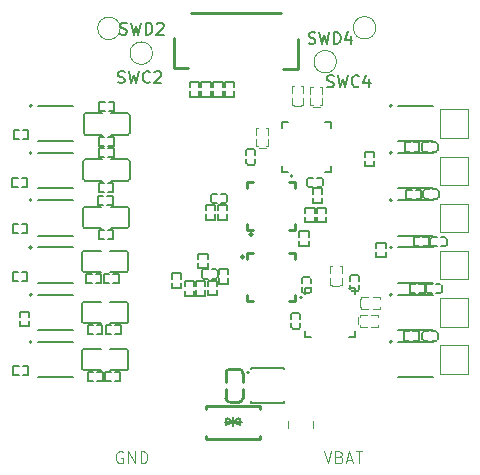
<source format=gbr>
%TF.GenerationSoftware,KiCad,Pcbnew,9.0.6*%
%TF.CreationDate,2025-12-26T21:42:16+01:00*%
%TF.ProjectId,esc,6573632e-6b69-4636-9164-5f7063625858,rev?*%
%TF.SameCoordinates,Original*%
%TF.FileFunction,Legend,Top*%
%TF.FilePolarity,Positive*%
%FSLAX46Y46*%
G04 Gerber Fmt 4.6, Leading zero omitted, Abs format (unit mm)*
G04 Created by KiCad (PCBNEW 9.0.6) date 2025-12-26 21:42:16*
%MOMM*%
%LPD*%
G01*
G04 APERTURE LIST*
%ADD10C,0.100000*%
%ADD11C,0.150000*%
%ADD12C,0.120000*%
%ADD13C,0.200000*%
%ADD14C,0.250000*%
%ADD15C,0.130000*%
G04 APERTURE END LIST*
D10*
X144638095Y-120305038D02*
X144542857Y-120257419D01*
X144542857Y-120257419D02*
X144400000Y-120257419D01*
X144400000Y-120257419D02*
X144257143Y-120305038D01*
X144257143Y-120305038D02*
X144161905Y-120400276D01*
X144161905Y-120400276D02*
X144114286Y-120495514D01*
X144114286Y-120495514D02*
X144066667Y-120685990D01*
X144066667Y-120685990D02*
X144066667Y-120828847D01*
X144066667Y-120828847D02*
X144114286Y-121019323D01*
X144114286Y-121019323D02*
X144161905Y-121114561D01*
X144161905Y-121114561D02*
X144257143Y-121209800D01*
X144257143Y-121209800D02*
X144400000Y-121257419D01*
X144400000Y-121257419D02*
X144495238Y-121257419D01*
X144495238Y-121257419D02*
X144638095Y-121209800D01*
X144638095Y-121209800D02*
X144685714Y-121162180D01*
X144685714Y-121162180D02*
X144685714Y-120828847D01*
X144685714Y-120828847D02*
X144495238Y-120828847D01*
X145114286Y-121257419D02*
X145114286Y-120257419D01*
X145114286Y-120257419D02*
X145685714Y-121257419D01*
X145685714Y-121257419D02*
X145685714Y-120257419D01*
X146161905Y-121257419D02*
X146161905Y-120257419D01*
X146161905Y-120257419D02*
X146400000Y-120257419D01*
X146400000Y-120257419D02*
X146542857Y-120305038D01*
X146542857Y-120305038D02*
X146638095Y-120400276D01*
X146638095Y-120400276D02*
X146685714Y-120495514D01*
X146685714Y-120495514D02*
X146733333Y-120685990D01*
X146733333Y-120685990D02*
X146733333Y-120828847D01*
X146733333Y-120828847D02*
X146685714Y-121019323D01*
X146685714Y-121019323D02*
X146638095Y-121114561D01*
X146638095Y-121114561D02*
X146542857Y-121209800D01*
X146542857Y-121209800D02*
X146400000Y-121257419D01*
X146400000Y-121257419D02*
X146161905Y-121257419D01*
X161657143Y-120257419D02*
X161990476Y-121257419D01*
X161990476Y-121257419D02*
X162323809Y-120257419D01*
X162990476Y-120733609D02*
X163133333Y-120781228D01*
X163133333Y-120781228D02*
X163180952Y-120828847D01*
X163180952Y-120828847D02*
X163228571Y-120924085D01*
X163228571Y-120924085D02*
X163228571Y-121066942D01*
X163228571Y-121066942D02*
X163180952Y-121162180D01*
X163180952Y-121162180D02*
X163133333Y-121209800D01*
X163133333Y-121209800D02*
X163038095Y-121257419D01*
X163038095Y-121257419D02*
X162657143Y-121257419D01*
X162657143Y-121257419D02*
X162657143Y-120257419D01*
X162657143Y-120257419D02*
X162990476Y-120257419D01*
X162990476Y-120257419D02*
X163085714Y-120305038D01*
X163085714Y-120305038D02*
X163133333Y-120352657D01*
X163133333Y-120352657D02*
X163180952Y-120447895D01*
X163180952Y-120447895D02*
X163180952Y-120543133D01*
X163180952Y-120543133D02*
X163133333Y-120638371D01*
X163133333Y-120638371D02*
X163085714Y-120685990D01*
X163085714Y-120685990D02*
X162990476Y-120733609D01*
X162990476Y-120733609D02*
X162657143Y-120733609D01*
X163609524Y-120971704D02*
X164085714Y-120971704D01*
X163514286Y-121257419D02*
X163847619Y-120257419D01*
X163847619Y-120257419D02*
X164180952Y-121257419D01*
X164371429Y-120257419D02*
X164942857Y-120257419D01*
X164657143Y-121257419D02*
X164657143Y-120257419D01*
D11*
X161941667Y-89382200D02*
X162084524Y-89429819D01*
X162084524Y-89429819D02*
X162322619Y-89429819D01*
X162322619Y-89429819D02*
X162417857Y-89382200D01*
X162417857Y-89382200D02*
X162465476Y-89334580D01*
X162465476Y-89334580D02*
X162513095Y-89239342D01*
X162513095Y-89239342D02*
X162513095Y-89144104D01*
X162513095Y-89144104D02*
X162465476Y-89048866D01*
X162465476Y-89048866D02*
X162417857Y-89001247D01*
X162417857Y-89001247D02*
X162322619Y-88953628D01*
X162322619Y-88953628D02*
X162132143Y-88906009D01*
X162132143Y-88906009D02*
X162036905Y-88858390D01*
X162036905Y-88858390D02*
X161989286Y-88810771D01*
X161989286Y-88810771D02*
X161941667Y-88715533D01*
X161941667Y-88715533D02*
X161941667Y-88620295D01*
X161941667Y-88620295D02*
X161989286Y-88525057D01*
X161989286Y-88525057D02*
X162036905Y-88477438D01*
X162036905Y-88477438D02*
X162132143Y-88429819D01*
X162132143Y-88429819D02*
X162370238Y-88429819D01*
X162370238Y-88429819D02*
X162513095Y-88477438D01*
X162846429Y-88429819D02*
X163084524Y-89429819D01*
X163084524Y-89429819D02*
X163275000Y-88715533D01*
X163275000Y-88715533D02*
X163465476Y-89429819D01*
X163465476Y-89429819D02*
X163703572Y-88429819D01*
X164655952Y-89334580D02*
X164608333Y-89382200D01*
X164608333Y-89382200D02*
X164465476Y-89429819D01*
X164465476Y-89429819D02*
X164370238Y-89429819D01*
X164370238Y-89429819D02*
X164227381Y-89382200D01*
X164227381Y-89382200D02*
X164132143Y-89286961D01*
X164132143Y-89286961D02*
X164084524Y-89191723D01*
X164084524Y-89191723D02*
X164036905Y-89001247D01*
X164036905Y-89001247D02*
X164036905Y-88858390D01*
X164036905Y-88858390D02*
X164084524Y-88667914D01*
X164084524Y-88667914D02*
X164132143Y-88572676D01*
X164132143Y-88572676D02*
X164227381Y-88477438D01*
X164227381Y-88477438D02*
X164370238Y-88429819D01*
X164370238Y-88429819D02*
X164465476Y-88429819D01*
X164465476Y-88429819D02*
X164608333Y-88477438D01*
X164608333Y-88477438D02*
X164655952Y-88525057D01*
X165513095Y-88763152D02*
X165513095Y-89429819D01*
X165275000Y-88382200D02*
X165036905Y-89096485D01*
X165036905Y-89096485D02*
X165655952Y-89096485D01*
X144441667Y-84932200D02*
X144584524Y-84979819D01*
X144584524Y-84979819D02*
X144822619Y-84979819D01*
X144822619Y-84979819D02*
X144917857Y-84932200D01*
X144917857Y-84932200D02*
X144965476Y-84884580D01*
X144965476Y-84884580D02*
X145013095Y-84789342D01*
X145013095Y-84789342D02*
X145013095Y-84694104D01*
X145013095Y-84694104D02*
X144965476Y-84598866D01*
X144965476Y-84598866D02*
X144917857Y-84551247D01*
X144917857Y-84551247D02*
X144822619Y-84503628D01*
X144822619Y-84503628D02*
X144632143Y-84456009D01*
X144632143Y-84456009D02*
X144536905Y-84408390D01*
X144536905Y-84408390D02*
X144489286Y-84360771D01*
X144489286Y-84360771D02*
X144441667Y-84265533D01*
X144441667Y-84265533D02*
X144441667Y-84170295D01*
X144441667Y-84170295D02*
X144489286Y-84075057D01*
X144489286Y-84075057D02*
X144536905Y-84027438D01*
X144536905Y-84027438D02*
X144632143Y-83979819D01*
X144632143Y-83979819D02*
X144870238Y-83979819D01*
X144870238Y-83979819D02*
X145013095Y-84027438D01*
X145346429Y-83979819D02*
X145584524Y-84979819D01*
X145584524Y-84979819D02*
X145775000Y-84265533D01*
X145775000Y-84265533D02*
X145965476Y-84979819D01*
X145965476Y-84979819D02*
X146203572Y-83979819D01*
X146584524Y-84979819D02*
X146584524Y-83979819D01*
X146584524Y-83979819D02*
X146822619Y-83979819D01*
X146822619Y-83979819D02*
X146965476Y-84027438D01*
X146965476Y-84027438D02*
X147060714Y-84122676D01*
X147060714Y-84122676D02*
X147108333Y-84217914D01*
X147108333Y-84217914D02*
X147155952Y-84408390D01*
X147155952Y-84408390D02*
X147155952Y-84551247D01*
X147155952Y-84551247D02*
X147108333Y-84741723D01*
X147108333Y-84741723D02*
X147060714Y-84836961D01*
X147060714Y-84836961D02*
X146965476Y-84932200D01*
X146965476Y-84932200D02*
X146822619Y-84979819D01*
X146822619Y-84979819D02*
X146584524Y-84979819D01*
X147536905Y-84075057D02*
X147584524Y-84027438D01*
X147584524Y-84027438D02*
X147679762Y-83979819D01*
X147679762Y-83979819D02*
X147917857Y-83979819D01*
X147917857Y-83979819D02*
X148013095Y-84027438D01*
X148013095Y-84027438D02*
X148060714Y-84075057D01*
X148060714Y-84075057D02*
X148108333Y-84170295D01*
X148108333Y-84170295D02*
X148108333Y-84265533D01*
X148108333Y-84265533D02*
X148060714Y-84408390D01*
X148060714Y-84408390D02*
X147489286Y-84979819D01*
X147489286Y-84979819D02*
X148108333Y-84979819D01*
X144241667Y-89032200D02*
X144384524Y-89079819D01*
X144384524Y-89079819D02*
X144622619Y-89079819D01*
X144622619Y-89079819D02*
X144717857Y-89032200D01*
X144717857Y-89032200D02*
X144765476Y-88984580D01*
X144765476Y-88984580D02*
X144813095Y-88889342D01*
X144813095Y-88889342D02*
X144813095Y-88794104D01*
X144813095Y-88794104D02*
X144765476Y-88698866D01*
X144765476Y-88698866D02*
X144717857Y-88651247D01*
X144717857Y-88651247D02*
X144622619Y-88603628D01*
X144622619Y-88603628D02*
X144432143Y-88556009D01*
X144432143Y-88556009D02*
X144336905Y-88508390D01*
X144336905Y-88508390D02*
X144289286Y-88460771D01*
X144289286Y-88460771D02*
X144241667Y-88365533D01*
X144241667Y-88365533D02*
X144241667Y-88270295D01*
X144241667Y-88270295D02*
X144289286Y-88175057D01*
X144289286Y-88175057D02*
X144336905Y-88127438D01*
X144336905Y-88127438D02*
X144432143Y-88079819D01*
X144432143Y-88079819D02*
X144670238Y-88079819D01*
X144670238Y-88079819D02*
X144813095Y-88127438D01*
X145146429Y-88079819D02*
X145384524Y-89079819D01*
X145384524Y-89079819D02*
X145575000Y-88365533D01*
X145575000Y-88365533D02*
X145765476Y-89079819D01*
X145765476Y-89079819D02*
X146003572Y-88079819D01*
X146955952Y-88984580D02*
X146908333Y-89032200D01*
X146908333Y-89032200D02*
X146765476Y-89079819D01*
X146765476Y-89079819D02*
X146670238Y-89079819D01*
X146670238Y-89079819D02*
X146527381Y-89032200D01*
X146527381Y-89032200D02*
X146432143Y-88936961D01*
X146432143Y-88936961D02*
X146384524Y-88841723D01*
X146384524Y-88841723D02*
X146336905Y-88651247D01*
X146336905Y-88651247D02*
X146336905Y-88508390D01*
X146336905Y-88508390D02*
X146384524Y-88317914D01*
X146384524Y-88317914D02*
X146432143Y-88222676D01*
X146432143Y-88222676D02*
X146527381Y-88127438D01*
X146527381Y-88127438D02*
X146670238Y-88079819D01*
X146670238Y-88079819D02*
X146765476Y-88079819D01*
X146765476Y-88079819D02*
X146908333Y-88127438D01*
X146908333Y-88127438D02*
X146955952Y-88175057D01*
X147336905Y-88175057D02*
X147384524Y-88127438D01*
X147384524Y-88127438D02*
X147479762Y-88079819D01*
X147479762Y-88079819D02*
X147717857Y-88079819D01*
X147717857Y-88079819D02*
X147813095Y-88127438D01*
X147813095Y-88127438D02*
X147860714Y-88175057D01*
X147860714Y-88175057D02*
X147908333Y-88270295D01*
X147908333Y-88270295D02*
X147908333Y-88365533D01*
X147908333Y-88365533D02*
X147860714Y-88508390D01*
X147860714Y-88508390D02*
X147289286Y-89079819D01*
X147289286Y-89079819D02*
X147908333Y-89079819D01*
X160391667Y-85707200D02*
X160534524Y-85754819D01*
X160534524Y-85754819D02*
X160772619Y-85754819D01*
X160772619Y-85754819D02*
X160867857Y-85707200D01*
X160867857Y-85707200D02*
X160915476Y-85659580D01*
X160915476Y-85659580D02*
X160963095Y-85564342D01*
X160963095Y-85564342D02*
X160963095Y-85469104D01*
X160963095Y-85469104D02*
X160915476Y-85373866D01*
X160915476Y-85373866D02*
X160867857Y-85326247D01*
X160867857Y-85326247D02*
X160772619Y-85278628D01*
X160772619Y-85278628D02*
X160582143Y-85231009D01*
X160582143Y-85231009D02*
X160486905Y-85183390D01*
X160486905Y-85183390D02*
X160439286Y-85135771D01*
X160439286Y-85135771D02*
X160391667Y-85040533D01*
X160391667Y-85040533D02*
X160391667Y-84945295D01*
X160391667Y-84945295D02*
X160439286Y-84850057D01*
X160439286Y-84850057D02*
X160486905Y-84802438D01*
X160486905Y-84802438D02*
X160582143Y-84754819D01*
X160582143Y-84754819D02*
X160820238Y-84754819D01*
X160820238Y-84754819D02*
X160963095Y-84802438D01*
X161296429Y-84754819D02*
X161534524Y-85754819D01*
X161534524Y-85754819D02*
X161725000Y-85040533D01*
X161725000Y-85040533D02*
X161915476Y-85754819D01*
X161915476Y-85754819D02*
X162153572Y-84754819D01*
X162534524Y-85754819D02*
X162534524Y-84754819D01*
X162534524Y-84754819D02*
X162772619Y-84754819D01*
X162772619Y-84754819D02*
X162915476Y-84802438D01*
X162915476Y-84802438D02*
X163010714Y-84897676D01*
X163010714Y-84897676D02*
X163058333Y-84992914D01*
X163058333Y-84992914D02*
X163105952Y-85183390D01*
X163105952Y-85183390D02*
X163105952Y-85326247D01*
X163105952Y-85326247D02*
X163058333Y-85516723D01*
X163058333Y-85516723D02*
X163010714Y-85611961D01*
X163010714Y-85611961D02*
X162915476Y-85707200D01*
X162915476Y-85707200D02*
X162772619Y-85754819D01*
X162772619Y-85754819D02*
X162534524Y-85754819D01*
X163963095Y-85088152D02*
X163963095Y-85754819D01*
X163725000Y-84707200D02*
X163486905Y-85421485D01*
X163486905Y-85421485D02*
X164105952Y-85421485D01*
%TO.C,R55*%
X142555000Y-98610000D02*
X142555000Y-99390000D01*
X142555000Y-99390000D02*
X143005000Y-99390000D01*
X143005000Y-98610000D02*
X142555000Y-98610000D01*
X143345000Y-98610000D02*
X143795000Y-98610000D01*
X143795000Y-98610000D02*
X143795000Y-99390000D01*
X143795000Y-99390000D02*
X143345000Y-99390000D01*
%TO.C,U17*%
X158120000Y-92420000D02*
X158620000Y-92420000D01*
X158120000Y-92920000D02*
X158120000Y-92420000D01*
X158120000Y-96080000D02*
X158120000Y-96580000D01*
X158120000Y-96580000D02*
X158620000Y-96580000D01*
X162280000Y-92420000D02*
X161780000Y-92420000D01*
X162280000Y-92920000D02*
X162280000Y-92420000D01*
X162280000Y-96080000D02*
X162280000Y-96580000D01*
X162280000Y-96580000D02*
X161780000Y-96580000D01*
X159020000Y-96960000D02*
G75*
G02*
X158880000Y-96960000I-70000J0D01*
G01*
X158880000Y-96960000D02*
G75*
G02*
X159020000Y-96960000I70000J0D01*
G01*
%TO.C,C34*%
X170710000Y-102285000D02*
X170710000Y-102765000D01*
X170870000Y-102915000D02*
X171230000Y-102915000D01*
X171230000Y-102135000D02*
X170870000Y-102135000D01*
X171570000Y-102135000D02*
X171930000Y-102135000D01*
X171930000Y-102915000D02*
X171570000Y-102915000D01*
X172090000Y-102285000D02*
X172090000Y-102765000D01*
X170710000Y-102285000D02*
G75*
G02*
X170870333Y-102135356I150000J0D01*
G01*
X170870000Y-102915000D02*
G75*
G02*
X170709667Y-102764643I-10000J150000D01*
G01*
X171929667Y-102135356D02*
G75*
G02*
X172090000Y-102285000I10334J-149643D01*
G01*
X172090333Y-102764643D02*
G75*
G02*
X171930000Y-102914999I-150332J-357D01*
G01*
%TO.C,C22*%
X152110000Y-98610000D02*
X152110000Y-99090000D01*
X152270000Y-99240000D02*
X152630000Y-99240000D01*
X152630000Y-98460000D02*
X152270000Y-98460000D01*
X152970000Y-98460000D02*
X153330000Y-98460000D01*
X153330000Y-99240000D02*
X152970000Y-99240000D01*
X153490000Y-98610000D02*
X153490000Y-99090000D01*
X152110000Y-98610000D02*
G75*
G02*
X152270333Y-98460356I150000J0D01*
G01*
X152270000Y-99240000D02*
G75*
G02*
X152109667Y-99089643I-10000J150000D01*
G01*
X153329667Y-98460356D02*
G75*
G02*
X153490000Y-98610000I10334J-149643D01*
G01*
X153490333Y-99089643D02*
G75*
G02*
X153330000Y-99239999I-150332J-357D01*
G01*
D12*
%TO.C,U20*%
X171500000Y-91300000D02*
X173900000Y-91300000D01*
X171500000Y-93700000D02*
X171500000Y-91300000D01*
X173900000Y-91300000D02*
X173900000Y-93700000D01*
X173900000Y-93700000D02*
X171500000Y-93700000D01*
D11*
%TO.C,R38*%
X135935000Y-108430000D02*
X135935000Y-108880000D01*
X135935000Y-109670000D02*
X135935000Y-109220000D01*
X136715000Y-108430000D02*
X135935000Y-108430000D01*
X136715000Y-108880000D02*
X136715000Y-108430000D01*
X136715000Y-109220000D02*
X136715000Y-109670000D01*
X136715000Y-109670000D02*
X135935000Y-109670000D01*
D13*
%TO.C,Q2*%
X170950000Y-111000000D02*
X167950000Y-111000000D01*
X170950000Y-114000000D02*
X167950000Y-114000000D01*
X167450000Y-111000000D02*
G75*
G02*
X167250000Y-111000000I-100000J0D01*
G01*
X167250000Y-111000000D02*
G75*
G02*
X167450000Y-111000000I100000J0D01*
G01*
D11*
%TO.C,R36*%
X143080000Y-105235000D02*
X143080000Y-106015000D01*
X143080000Y-106015000D02*
X143530000Y-106015000D01*
X143530000Y-105235000D02*
X143080000Y-105235000D01*
X143870000Y-105235000D02*
X144320000Y-105235000D01*
X144320000Y-105235000D02*
X144320000Y-106015000D01*
X144320000Y-106015000D02*
X143870000Y-106015000D01*
%TO.C,C8*%
X169985000Y-110260000D02*
X169985000Y-110740000D01*
X170145000Y-110890000D02*
X170505000Y-110890000D01*
X170505000Y-110110000D02*
X170145000Y-110110000D01*
X170845000Y-110110000D02*
X171205000Y-110110000D01*
X171205000Y-110890000D02*
X170845000Y-110890000D01*
X171365000Y-110260000D02*
X171365000Y-110740000D01*
X169985000Y-110260000D02*
G75*
G02*
X170145333Y-110110356I150000J0D01*
G01*
X170145000Y-110890000D02*
G75*
G02*
X169984667Y-110739643I-10000J150000D01*
G01*
X171204667Y-110110356D02*
G75*
G02*
X171365000Y-110260000I10334J-149643D01*
G01*
X171365333Y-110739643D02*
G75*
G02*
X171205000Y-110889999I-150332J-357D01*
G01*
%TO.C,C9*%
X170310000Y-106260000D02*
X170310000Y-106740000D01*
X170470000Y-106890000D02*
X170830000Y-106890000D01*
X170830000Y-106110000D02*
X170470000Y-106110000D01*
X171170000Y-106110000D02*
X171530000Y-106110000D01*
X171530000Y-106890000D02*
X171170000Y-106890000D01*
X171690000Y-106260000D02*
X171690000Y-106740000D01*
X170310000Y-106260000D02*
G75*
G02*
X170470333Y-106110356I150000J0D01*
G01*
X170470000Y-106890000D02*
G75*
G02*
X170309667Y-106739643I-10000J150000D01*
G01*
X171529667Y-106110356D02*
G75*
G02*
X171690000Y-106260000I10334J-149643D01*
G01*
X171690333Y-106739643D02*
G75*
G02*
X171530000Y-106889999I-150332J-357D01*
G01*
%TO.C,C12*%
X141215000Y-111750000D02*
X141215000Y-113250000D01*
X141365000Y-113400000D02*
X142775000Y-113400000D01*
X142775000Y-111600000D02*
X141365000Y-111600000D01*
X143575000Y-111600000D02*
X144985000Y-111600000D01*
X144985000Y-113400000D02*
X143575000Y-113400000D01*
X145135000Y-111750000D02*
X145135000Y-113250000D01*
X141215000Y-111750000D02*
G75*
G02*
X141365000Y-111600000I150000J0D01*
G01*
X141365000Y-113400000D02*
G75*
G02*
X141215000Y-113250000I0J150000D01*
G01*
X144985000Y-111600000D02*
G75*
G02*
X145135000Y-111750000I0J-150000D01*
G01*
X145135000Y-113250000D02*
G75*
G02*
X144985000Y-113400000I-150000J0D01*
G01*
%TO.C,R12*%
X150310000Y-88980000D02*
X150310000Y-89430000D01*
X150310000Y-90220000D02*
X150310000Y-89770000D01*
X151090000Y-88980000D02*
X150310000Y-88980000D01*
X151090000Y-89430000D02*
X151090000Y-88980000D01*
X151090000Y-89770000D02*
X151090000Y-90220000D01*
X151090000Y-90220000D02*
X150310000Y-90220000D01*
D13*
%TO.C,Q11*%
X140450000Y-103000000D02*
X137450000Y-103000000D01*
X140450000Y-106000000D02*
X137450000Y-106000000D01*
X136950000Y-103000000D02*
G75*
G02*
X136750000Y-103000000I-100000J0D01*
G01*
X136750000Y-103000000D02*
G75*
G02*
X136950000Y-103000000I100000J0D01*
G01*
D11*
%TO.C,R58*%
X135320000Y-101010000D02*
X135320000Y-101790000D01*
X135320000Y-101790000D02*
X135770000Y-101790000D01*
X135770000Y-101010000D02*
X135320000Y-101010000D01*
X136110000Y-101010000D02*
X136560000Y-101010000D01*
X136560000Y-101010000D02*
X136560000Y-101790000D01*
X136560000Y-101790000D02*
X136110000Y-101790000D01*
%TO.C,R75*%
X153310000Y-89005000D02*
X153310000Y-89455000D01*
X153310000Y-90245000D02*
X153310000Y-89795000D01*
X154090000Y-89005000D02*
X153310000Y-89005000D01*
X154090000Y-89455000D02*
X154090000Y-89005000D01*
X154090000Y-89795000D02*
X154090000Y-90245000D01*
X154090000Y-90245000D02*
X153310000Y-90245000D01*
D10*
%TO.C,D11*%
X158950000Y-89350000D02*
X159120000Y-89350000D01*
X158950000Y-89950000D02*
X158950000Y-89350000D01*
X158950000Y-90350000D02*
X158950000Y-90950000D01*
X158950000Y-90950000D02*
X159120000Y-90950000D01*
X159150000Y-91050000D02*
X159750000Y-91050000D01*
X159780000Y-89350000D02*
X159950000Y-89350000D01*
X159780000Y-90950000D02*
X159950000Y-90950000D01*
X159950000Y-89350000D02*
X159950000Y-89950000D01*
X159950000Y-90950000D02*
X159950000Y-90350000D01*
D11*
%TO.C,R71*%
X160110000Y-99630000D02*
X160890000Y-99630000D01*
X160110000Y-100080000D02*
X160110000Y-99630000D01*
X160110000Y-100420000D02*
X160110000Y-100870000D01*
X160110000Y-100870000D02*
X160890000Y-100870000D01*
X160890000Y-99630000D02*
X160890000Y-100080000D01*
X160890000Y-100870000D02*
X160890000Y-100420000D01*
D12*
%TO.C,U8*%
X171500000Y-107300000D02*
X173900000Y-107300000D01*
X171500000Y-109700000D02*
X171500000Y-107300000D01*
X173900000Y-107300000D02*
X173900000Y-109700000D01*
X173900000Y-109700000D02*
X171500000Y-109700000D01*
D11*
%TO.C,R67*%
X166135000Y-102605000D02*
X166915000Y-102605000D01*
X166135000Y-103055000D02*
X166135000Y-102605000D01*
X166135000Y-103395000D02*
X166135000Y-103845000D01*
X166135000Y-103845000D02*
X166915000Y-103845000D01*
X166915000Y-102605000D02*
X166915000Y-103055000D01*
X166915000Y-103845000D02*
X166915000Y-103395000D01*
%TO.C,R70*%
X160735000Y-98005000D02*
X161515000Y-98005000D01*
X160735000Y-98455000D02*
X160735000Y-98005000D01*
X160735000Y-98795000D02*
X160735000Y-99245000D01*
X160735000Y-99245000D02*
X161515000Y-99245000D01*
X161515000Y-98005000D02*
X161515000Y-98455000D01*
X161515000Y-99245000D02*
X161515000Y-98795000D01*
%TO.C,R57*%
X142680000Y-90685000D02*
X142680000Y-91465000D01*
X142680000Y-91465000D02*
X143130000Y-91465000D01*
X143130000Y-90685000D02*
X142680000Y-90685000D01*
X143470000Y-90685000D02*
X143920000Y-90685000D01*
X143920000Y-90685000D02*
X143920000Y-91465000D01*
X143920000Y-91465000D02*
X143470000Y-91465000D01*
%TO.C,R42*%
X135330000Y-105085000D02*
X135330000Y-105865000D01*
X135330000Y-105865000D02*
X135780000Y-105865000D01*
X135780000Y-105085000D02*
X135330000Y-105085000D01*
X136120000Y-105085000D02*
X136570000Y-105085000D01*
X136570000Y-105085000D02*
X136570000Y-105865000D01*
X136570000Y-105865000D02*
X136120000Y-105865000D01*
D13*
%TO.C,Q17*%
X140450000Y-91000000D02*
X137450000Y-91000000D01*
X140450000Y-94000000D02*
X137450000Y-94000000D01*
X136950000Y-91000000D02*
G75*
G02*
X136750000Y-91000000I-100000J0D01*
G01*
X136750000Y-91000000D02*
G75*
G02*
X136950000Y-91000000I100000J0D01*
G01*
%TO.C,Q4*%
X170950000Y-107000000D02*
X167950000Y-107000000D01*
X170950000Y-110000000D02*
X167950000Y-110000000D01*
X167450000Y-107000000D02*
G75*
G02*
X167250000Y-107000000I-100000J0D01*
G01*
X167250000Y-107000000D02*
G75*
G02*
X167450000Y-107000000I100000J0D01*
G01*
D10*
%TO.C,D3*%
X164600000Y-108900000D02*
X164600000Y-109500000D01*
X164700000Y-108700000D02*
X164700000Y-108870000D01*
X164700000Y-109530000D02*
X164700000Y-109700000D01*
X164700000Y-109700000D02*
X165300000Y-109700000D01*
X165300000Y-108700000D02*
X164700000Y-108700000D01*
X165700000Y-108700000D02*
X166300000Y-108700000D01*
X166300000Y-108700000D02*
X166300000Y-108870000D01*
X166300000Y-109530000D02*
X166300000Y-109700000D01*
X166300000Y-109700000D02*
X165700000Y-109700000D01*
D11*
%TO.C,C19*%
X141340000Y-91800000D02*
X141340000Y-93300000D01*
X141490000Y-93450000D02*
X142900000Y-93450000D01*
X142900000Y-91650000D02*
X141490000Y-91650000D01*
X143700000Y-91650000D02*
X145110000Y-91650000D01*
X145110000Y-93450000D02*
X143700000Y-93450000D01*
X145260000Y-91800000D02*
X145260000Y-93300000D01*
X141340000Y-91800000D02*
G75*
G02*
X141490000Y-91650000I150000J0D01*
G01*
X141490000Y-93450000D02*
G75*
G02*
X141340000Y-93300000I0J150000D01*
G01*
X145110000Y-91650000D02*
G75*
G02*
X145260000Y-91800000I0J-150000D01*
G01*
X145260000Y-93300000D02*
G75*
G02*
X145110000Y-93450000I-150000J0D01*
G01*
%TO.C,R27*%
X150860000Y-105830000D02*
X150860000Y-106280000D01*
X150860000Y-107070000D02*
X150860000Y-106620000D01*
X151640000Y-105830000D02*
X150860000Y-105830000D01*
X151640000Y-106280000D02*
X151640000Y-105830000D01*
X151640000Y-106620000D02*
X151640000Y-107070000D01*
X151640000Y-107070000D02*
X150860000Y-107070000D01*
D10*
%TO.C,D1*%
X162200000Y-104600000D02*
X162370000Y-104600000D01*
X162200000Y-105200000D02*
X162200000Y-104600000D01*
X162200000Y-105600000D02*
X162200000Y-106200000D01*
X162200000Y-106200000D02*
X162370000Y-106200000D01*
X162400000Y-106300000D02*
X163000000Y-106300000D01*
X163030000Y-104600000D02*
X163200000Y-104600000D01*
X163030000Y-106200000D02*
X163200000Y-106200000D01*
X163200000Y-104600000D02*
X163200000Y-105200000D01*
X163200000Y-106200000D02*
X163200000Y-105600000D01*
D11*
%TO.C,R63*%
X135430000Y-93060000D02*
X135430000Y-93840000D01*
X135430000Y-93840000D02*
X135880000Y-93840000D01*
X135880000Y-93060000D02*
X135430000Y-93060000D01*
X136220000Y-93060000D02*
X136670000Y-93060000D01*
X136670000Y-93060000D02*
X136670000Y-93840000D01*
X136670000Y-93840000D02*
X136220000Y-93840000D01*
D10*
%TO.C,D10*%
X155950000Y-92850000D02*
X156120000Y-92850000D01*
X155950000Y-93450000D02*
X155950000Y-92850000D01*
X155950000Y-93850000D02*
X155950000Y-94450000D01*
X155950000Y-94450000D02*
X156120000Y-94450000D01*
X156150000Y-94550000D02*
X156750000Y-94550000D01*
X156780000Y-92850000D02*
X156950000Y-92850000D01*
X156780000Y-94450000D02*
X156950000Y-94450000D01*
X156950000Y-92850000D02*
X156950000Y-93450000D01*
X156950000Y-94450000D02*
X156950000Y-93850000D01*
D13*
%TO.C,Q6*%
X170950000Y-103000000D02*
X167950000Y-103000000D01*
X170950000Y-106000000D02*
X167950000Y-106000000D01*
X167450000Y-103000000D02*
G75*
G02*
X167250000Y-103000000I-100000J0D01*
G01*
X167250000Y-103000000D02*
G75*
G02*
X167450000Y-103000000I100000J0D01*
G01*
D11*
%TO.C,R31*%
X151060000Y-103530000D02*
X151060000Y-103980000D01*
X151060000Y-104770000D02*
X151060000Y-104320000D01*
X151840000Y-103530000D02*
X151060000Y-103530000D01*
X151840000Y-103980000D02*
X151840000Y-103530000D01*
X151840000Y-104320000D02*
X151840000Y-104770000D01*
X151840000Y-104770000D02*
X151060000Y-104770000D01*
%TO.C,C13*%
X151335000Y-105010000D02*
X151335000Y-105490000D01*
X151495000Y-105640000D02*
X151855000Y-105640000D01*
X151855000Y-104860000D02*
X151495000Y-104860000D01*
X152195000Y-104860000D02*
X152555000Y-104860000D01*
X152555000Y-105640000D02*
X152195000Y-105640000D01*
X152715000Y-105010000D02*
X152715000Y-105490000D01*
X151335000Y-105010000D02*
G75*
G02*
X151495333Y-104860356I150000J0D01*
G01*
X151495000Y-105640000D02*
G75*
G02*
X151334667Y-105489643I-10000J150000D01*
G01*
X152554667Y-104860356D02*
G75*
G02*
X152715000Y-105010000I10334J-149643D01*
G01*
X152715333Y-105489643D02*
G75*
G02*
X152555000Y-105639999I-150332J-357D01*
G01*
%TO.C,R68*%
X165160000Y-94905000D02*
X165940000Y-94905000D01*
X165160000Y-95355000D02*
X165160000Y-94905000D01*
X165160000Y-95695000D02*
X165160000Y-96145000D01*
X165160000Y-96145000D02*
X165940000Y-96145000D01*
X165940000Y-94905000D02*
X165940000Y-95355000D01*
X165940000Y-96145000D02*
X165940000Y-95695000D01*
%TO.C,R2*%
X168455000Y-110110000D02*
X168455000Y-110890000D01*
X168455000Y-110890000D02*
X168905000Y-110890000D01*
X168905000Y-110110000D02*
X168455000Y-110110000D01*
X169245000Y-110110000D02*
X169695000Y-110110000D01*
X169695000Y-110110000D02*
X169695000Y-110890000D01*
X169695000Y-110890000D02*
X169245000Y-110890000D01*
D13*
%TO.C,Q9*%
X140450000Y-111000000D02*
X137450000Y-111000000D01*
X140450000Y-114000000D02*
X137450000Y-114000000D01*
X136950000Y-111000000D02*
G75*
G02*
X136750000Y-111000000I-100000J0D01*
G01*
X136750000Y-111000000D02*
G75*
G02*
X136950000Y-111000000I100000J0D01*
G01*
D11*
%TO.C,R25*%
X151835000Y-105805000D02*
X151835000Y-106255000D01*
X151835000Y-107045000D02*
X151835000Y-106595000D01*
X152615000Y-105805000D02*
X151835000Y-105805000D01*
X152615000Y-106255000D02*
X152615000Y-105805000D01*
X152615000Y-106595000D02*
X152615000Y-107045000D01*
X152615000Y-107045000D02*
X151835000Y-107045000D01*
%TO.C,C35*%
X170065000Y-98235000D02*
X170065000Y-98715000D01*
X170225000Y-98865000D02*
X170585000Y-98865000D01*
X170585000Y-98085000D02*
X170225000Y-98085000D01*
X170925000Y-98085000D02*
X171285000Y-98085000D01*
X171285000Y-98865000D02*
X170925000Y-98865000D01*
X171445000Y-98235000D02*
X171445000Y-98715000D01*
X170065000Y-98235000D02*
G75*
G02*
X170225333Y-98085356I150000J0D01*
G01*
X170225000Y-98865000D02*
G75*
G02*
X170064667Y-98714643I-10000J150000D01*
G01*
X171284667Y-98085356D02*
G75*
G02*
X171445000Y-98235000I10334J-149643D01*
G01*
X171445333Y-98714643D02*
G75*
G02*
X171285000Y-98864999I-150332J-357D01*
G01*
%TO.C,R37*%
X135395000Y-113060000D02*
X135395000Y-113840000D01*
X135395000Y-113840000D02*
X135845000Y-113840000D01*
X135845000Y-113060000D02*
X135395000Y-113060000D01*
X136185000Y-113060000D02*
X136635000Y-113060000D01*
X136635000Y-113060000D02*
X136635000Y-113840000D01*
X136635000Y-113840000D02*
X136185000Y-113840000D01*
D14*
%TO.C,U16*%
X155200000Y-97500000D02*
X155670000Y-97500000D01*
X155200000Y-97970000D02*
X155200000Y-97500000D01*
X155200000Y-101500000D02*
X155200000Y-101030000D01*
X155670000Y-101500000D02*
X155200000Y-101500000D01*
X158730000Y-97500000D02*
X159200000Y-97500000D01*
X159200000Y-97500000D02*
X159200000Y-97970000D01*
X159200000Y-101030000D02*
X159200000Y-101500000D01*
X159200000Y-101500000D02*
X158730000Y-101500000D01*
X155600000Y-101900000D02*
G75*
G02*
X155400000Y-101900000I-100000J0D01*
G01*
X155400000Y-101900000D02*
G75*
G02*
X155600000Y-101900000I100000J0D01*
G01*
D11*
%TO.C,R26*%
X149885000Y-105855000D02*
X149885000Y-106305000D01*
X149885000Y-107095000D02*
X149885000Y-106645000D01*
X150665000Y-105855000D02*
X149885000Y-105855000D01*
X150665000Y-106305000D02*
X150665000Y-105855000D01*
X150665000Y-106645000D02*
X150665000Y-107095000D01*
X150665000Y-107095000D02*
X149885000Y-107095000D01*
%TO.C,C10*%
X141215000Y-103425000D02*
X141215000Y-104925000D01*
X141365000Y-105075000D02*
X142775000Y-105075000D01*
X142775000Y-103275000D02*
X141365000Y-103275000D01*
X143575000Y-103275000D02*
X144985000Y-103275000D01*
X144985000Y-105075000D02*
X143575000Y-105075000D01*
X145135000Y-103425000D02*
X145135000Y-104925000D01*
X141215000Y-103425000D02*
G75*
G02*
X141365000Y-103275000I150000J0D01*
G01*
X141365000Y-105075000D02*
G75*
G02*
X141215000Y-104925000I0J150000D01*
G01*
X144985000Y-103275000D02*
G75*
G02*
X145135000Y-103425000I0J-150000D01*
G01*
X145135000Y-104925000D02*
G75*
G02*
X144985000Y-105075000I-150000J0D01*
G01*
D12*
%TO.C,U9*%
X171500000Y-111300000D02*
X173900000Y-111300000D01*
X171500000Y-113700000D02*
X171500000Y-111300000D01*
X173900000Y-111300000D02*
X173900000Y-113700000D01*
X173900000Y-113700000D02*
X171500000Y-113700000D01*
D13*
%TO.C,Q15*%
X140450000Y-99000000D02*
X137450000Y-99000000D01*
X140450000Y-102000000D02*
X137450000Y-102000000D01*
X136950000Y-99000000D02*
G75*
G02*
X136750000Y-99000000I-100000J0D01*
G01*
X136750000Y-99000000D02*
G75*
G02*
X136950000Y-99000000I100000J0D01*
G01*
D11*
%TO.C,C36*%
X169960000Y-94260000D02*
X169960000Y-94740000D01*
X170120000Y-94890000D02*
X170480000Y-94890000D01*
X170480000Y-94110000D02*
X170120000Y-94110000D01*
X170820000Y-94110000D02*
X171180000Y-94110000D01*
X171180000Y-94890000D02*
X170820000Y-94890000D01*
X171340000Y-94260000D02*
X171340000Y-94740000D01*
X169960000Y-94260000D02*
G75*
G02*
X170120333Y-94110356I150000J0D01*
G01*
X170120000Y-94890000D02*
G75*
G02*
X169959667Y-94739643I-10000J150000D01*
G01*
X171179667Y-94110356D02*
G75*
G02*
X171340000Y-94260000I10334J-149643D01*
G01*
X171340333Y-94739643D02*
G75*
G02*
X171180000Y-94889999I-150332J-357D01*
G01*
D13*
%TO.C,Q20*%
X170950000Y-95000000D02*
X167950000Y-95000000D01*
X170950000Y-98000000D02*
X167950000Y-98000000D01*
X167450000Y-95000000D02*
G75*
G02*
X167250000Y-95000000I-100000J0D01*
G01*
X167250000Y-95000000D02*
G75*
G02*
X167450000Y-95000000I100000J0D01*
G01*
D11*
%TO.C,C32*%
X160230000Y-97715000D02*
X160230000Y-97235000D01*
X160390000Y-97085000D02*
X160750000Y-97085000D01*
X160750000Y-97865000D02*
X160390000Y-97865000D01*
X161090000Y-97865000D02*
X161450000Y-97865000D01*
X161450000Y-97085000D02*
X161090000Y-97085000D01*
X161610000Y-97715000D02*
X161610000Y-97235000D01*
X160229667Y-97235357D02*
G75*
G02*
X160390000Y-97085001I150332J357D01*
G01*
X160390333Y-97864644D02*
G75*
G02*
X160230000Y-97715000I-10334J149643D01*
G01*
X161450000Y-97085000D02*
G75*
G02*
X161610333Y-97235357I10000J-150000D01*
G01*
X161610000Y-97715000D02*
G75*
G02*
X161449667Y-97864644I-150000J0D01*
G01*
%TO.C,R72*%
X159610000Y-101640000D02*
X159610000Y-102090000D01*
X159610000Y-102880000D02*
X159610000Y-102430000D01*
X160390000Y-101640000D02*
X159610000Y-101640000D01*
X160390000Y-102090000D02*
X160390000Y-101640000D01*
X160390000Y-102430000D02*
X160390000Y-102880000D01*
X160390000Y-102880000D02*
X159610000Y-102880000D01*
D12*
%TO.C,SWC4*%
X162750000Y-87275000D02*
G75*
G02*
X160850000Y-87275000I-950000J0D01*
G01*
X160850000Y-87275000D02*
G75*
G02*
X162750000Y-87275000I950000J0D01*
G01*
D11*
%TO.C,R28*%
X148785000Y-105180000D02*
X149565000Y-105180000D01*
X148785000Y-105630000D02*
X148785000Y-105180000D01*
X148785000Y-105970000D02*
X148785000Y-106420000D01*
X148785000Y-106420000D02*
X149565000Y-106420000D01*
X149565000Y-105180000D02*
X149565000Y-105630000D01*
X149565000Y-106420000D02*
X149565000Y-105970000D01*
%TO.C,R60*%
X142630000Y-101510000D02*
X143080000Y-101510000D01*
X142630000Y-102290000D02*
X142630000Y-101510000D01*
X143080000Y-102290000D02*
X142630000Y-102290000D01*
X143420000Y-102290000D02*
X143870000Y-102290000D01*
X143870000Y-101510000D02*
X143420000Y-101510000D01*
X143870000Y-102290000D02*
X143870000Y-101510000D01*
%TO.C,C21*%
X141265000Y-99700000D02*
X141265000Y-101200000D01*
X141415000Y-101350000D02*
X142825000Y-101350000D01*
X142825000Y-99550000D02*
X141415000Y-99550000D01*
X143625000Y-99550000D02*
X145035000Y-99550000D01*
X145035000Y-101350000D02*
X143625000Y-101350000D01*
X145185000Y-99700000D02*
X145185000Y-101200000D01*
X141265000Y-99700000D02*
G75*
G02*
X141415000Y-99550000I150000J0D01*
G01*
X141415000Y-101350000D02*
G75*
G02*
X141265000Y-101200000I0J150000D01*
G01*
X145035000Y-99550000D02*
G75*
G02*
X145185000Y-99700000I0J-150000D01*
G01*
X145185000Y-101200000D02*
G75*
G02*
X145035000Y-101350000I-150000J0D01*
G01*
%TO.C,C33*%
X155110000Y-95155000D02*
X155110000Y-94795000D01*
X155110000Y-95495000D02*
X155110000Y-95855000D01*
X155260000Y-94635000D02*
X155740000Y-94635000D01*
X155260000Y-96015000D02*
X155740000Y-96015000D01*
X155890000Y-94795000D02*
X155890000Y-95155000D01*
X155890000Y-95855000D02*
X155890000Y-95495000D01*
X155110356Y-94795333D02*
G75*
G02*
X155260000Y-94635000I149643J10334D01*
G01*
X155260000Y-96015000D02*
G75*
G02*
X155110356Y-95854667I0J150000D01*
G01*
X155739643Y-94634667D02*
G75*
G02*
X155889999Y-94795000I357J-150332D01*
G01*
X155890000Y-95855000D02*
G75*
G02*
X155739643Y-96015333I-150000J-10000D01*
G01*
D13*
%TO.C,Q22*%
X170950000Y-99000000D02*
X167950000Y-99000000D01*
X170950000Y-102000000D02*
X167950000Y-102000000D01*
X167450000Y-99000000D02*
G75*
G02*
X167250000Y-99000000I-100000J0D01*
G01*
X167250000Y-99000000D02*
G75*
G02*
X167450000Y-99000000I100000J0D01*
G01*
D12*
%TO.C,U19*%
X171500000Y-95300000D02*
X173900000Y-95300000D01*
X171500000Y-97700000D02*
X171500000Y-95300000D01*
X173900000Y-95300000D02*
X173900000Y-97700000D01*
X173900000Y-97700000D02*
X171500000Y-97700000D01*
D11*
%TO.C,C7*%
X163910000Y-105830000D02*
X163910000Y-105470000D01*
X163910000Y-106170000D02*
X163910000Y-106530000D01*
X164060000Y-105310000D02*
X164540000Y-105310000D01*
X164060000Y-106690000D02*
X164540000Y-106690000D01*
X164690000Y-105470000D02*
X164690000Y-105830000D01*
X164690000Y-106530000D02*
X164690000Y-106170000D01*
X163910356Y-105470333D02*
G75*
G02*
X164060000Y-105310000I149643J10334D01*
G01*
X164060000Y-106690000D02*
G75*
G02*
X163910356Y-106529667I0J150000D01*
G01*
X164539643Y-105309667D02*
G75*
G02*
X164689999Y-105470000I357J-150332D01*
G01*
X164690000Y-106530000D02*
G75*
G02*
X164539643Y-106690333I-150000J-10000D01*
G01*
%TO.C,U4*%
X160120000Y-106420000D02*
X160120000Y-106920000D01*
X160120000Y-110580000D02*
X160120000Y-110080000D01*
X160620000Y-106420000D02*
X160120000Y-106420000D01*
X160620000Y-110580000D02*
X160120000Y-110580000D01*
X163780000Y-106420000D02*
X164280000Y-106420000D01*
X163780000Y-110580000D02*
X164280000Y-110580000D01*
X164280000Y-106420000D02*
X164280000Y-106920000D01*
X164280000Y-110580000D02*
X164280000Y-110080000D01*
X159810000Y-107250000D02*
G75*
G02*
X159670000Y-107250000I-70000J0D01*
G01*
X159670000Y-107250000D02*
G75*
G02*
X159810000Y-107250000I70000J0D01*
G01*
%TO.C,R62*%
X142640000Y-93635000D02*
X143090000Y-93635000D01*
X142640000Y-94415000D02*
X142640000Y-93635000D01*
X143090000Y-94415000D02*
X142640000Y-94415000D01*
X143430000Y-94415000D02*
X143880000Y-94415000D01*
X143880000Y-93635000D02*
X143430000Y-93635000D01*
X143880000Y-94415000D02*
X143880000Y-93635000D01*
D10*
%TO.C,D2*%
X164700000Y-107400000D02*
X164700000Y-108000000D01*
X164800000Y-107200000D02*
X164800000Y-107370000D01*
X164800000Y-108030000D02*
X164800000Y-108200000D01*
X164800000Y-108200000D02*
X165400000Y-108200000D01*
X165400000Y-107200000D02*
X164800000Y-107200000D01*
X165800000Y-107200000D02*
X166400000Y-107200000D01*
X166400000Y-107200000D02*
X166400000Y-107370000D01*
X166400000Y-108030000D02*
X166400000Y-108200000D01*
X166400000Y-108200000D02*
X165800000Y-108200000D01*
D11*
%TO.C,R32*%
X152785000Y-104830000D02*
X152785000Y-105280000D01*
X152785000Y-106070000D02*
X152785000Y-105620000D01*
X153565000Y-104830000D02*
X152785000Y-104830000D01*
X153565000Y-105280000D02*
X153565000Y-104830000D01*
X153565000Y-105620000D02*
X153565000Y-106070000D01*
X153565000Y-106070000D02*
X152785000Y-106070000D01*
%TO.C,R61*%
X142655000Y-94585000D02*
X143105000Y-94585000D01*
X142655000Y-95365000D02*
X142655000Y-94585000D01*
X143105000Y-95365000D02*
X142655000Y-95365000D01*
X143445000Y-95365000D02*
X143895000Y-95365000D01*
X143895000Y-94585000D02*
X143445000Y-94585000D01*
X143895000Y-95365000D02*
X143895000Y-94585000D01*
%TO.C,R35*%
X143230000Y-109585000D02*
X143230000Y-110365000D01*
X143230000Y-110365000D02*
X143680000Y-110365000D01*
X143680000Y-109585000D02*
X143230000Y-109585000D01*
X144020000Y-109585000D02*
X144470000Y-109585000D01*
X144470000Y-109585000D02*
X144470000Y-110365000D01*
X144470000Y-110365000D02*
X144020000Y-110365000D01*
D10*
%TO.C,L1*%
X158610000Y-118290000D02*
X158610000Y-117710000D01*
X160800000Y-117710000D02*
X160800000Y-118290000D01*
D12*
%TO.C,U7*%
X171500000Y-103300000D02*
X173900000Y-103300000D01*
X171500000Y-105700000D02*
X171500000Y-103300000D01*
X173900000Y-103300000D02*
X173900000Y-105700000D01*
X173900000Y-105700000D02*
X171500000Y-105700000D01*
D10*
%TO.C,D12*%
X160550000Y-89375000D02*
X160720000Y-89375000D01*
X160550000Y-89975000D02*
X160550000Y-89375000D01*
X160550000Y-90375000D02*
X160550000Y-90975000D01*
X160550000Y-90975000D02*
X160720000Y-90975000D01*
X160750000Y-91075000D02*
X161350000Y-91075000D01*
X161380000Y-89375000D02*
X161550000Y-89375000D01*
X161380000Y-90975000D02*
X161550000Y-90975000D01*
X161550000Y-89375000D02*
X161550000Y-89975000D01*
X161550000Y-90975000D02*
X161550000Y-90375000D01*
D12*
%TO.C,U18*%
X171500000Y-99300000D02*
X173900000Y-99300000D01*
X171500000Y-101700000D02*
X171500000Y-99300000D01*
X173900000Y-99300000D02*
X173900000Y-101700000D01*
X173900000Y-101700000D02*
X171500000Y-101700000D01*
D11*
%TO.C,R56*%
X142630000Y-97510000D02*
X142630000Y-98290000D01*
X142630000Y-98290000D02*
X143080000Y-98290000D01*
X143080000Y-97510000D02*
X142630000Y-97510000D01*
X143420000Y-97510000D02*
X143870000Y-97510000D01*
X143870000Y-97510000D02*
X143870000Y-98290000D01*
X143870000Y-98290000D02*
X143420000Y-98290000D01*
%TO.C,R41*%
X141580000Y-105235000D02*
X142030000Y-105235000D01*
X141580000Y-106015000D02*
X141580000Y-105235000D01*
X142030000Y-106015000D02*
X141580000Y-106015000D01*
X142370000Y-106015000D02*
X142820000Y-106015000D01*
X142820000Y-105235000D02*
X142370000Y-105235000D01*
X142820000Y-106015000D02*
X142820000Y-105235000D01*
%TO.C,R65*%
X168655000Y-98135000D02*
X168655000Y-98915000D01*
X168655000Y-98915000D02*
X169105000Y-98915000D01*
X169105000Y-98135000D02*
X168655000Y-98135000D01*
X169445000Y-98135000D02*
X169895000Y-98135000D01*
X169895000Y-98135000D02*
X169895000Y-98915000D01*
X169895000Y-98915000D02*
X169445000Y-98915000D01*
D14*
%TO.C,C52*%
X153390000Y-114420000D02*
X153390000Y-113620000D01*
X153390000Y-114980000D02*
X153390000Y-115780000D01*
X153700000Y-113310000D02*
X154500000Y-113310000D01*
X154500000Y-116090000D02*
X153700000Y-116090000D01*
X154810000Y-114420000D02*
X154810000Y-113620000D01*
X154810000Y-114980000D02*
X154810000Y-115780000D01*
X153390000Y-113620000D02*
G75*
G02*
X153700000Y-113310000I310000J0D01*
G01*
X153700000Y-116090000D02*
G75*
G02*
X153390000Y-115780000I0J310000D01*
G01*
X154500000Y-113310000D02*
G75*
G02*
X154810000Y-113620000I0J-310000D01*
G01*
X154810000Y-115780000D02*
G75*
G02*
X154500000Y-116090000I-310000J0D01*
G01*
D11*
%TO.C,R53*%
X152710000Y-99415000D02*
X153490000Y-99415000D01*
X152710000Y-99865000D02*
X152710000Y-99415000D01*
X152710000Y-100205000D02*
X152710000Y-100655000D01*
X152710000Y-100655000D02*
X153490000Y-100655000D01*
X153490000Y-99415000D02*
X153490000Y-99865000D01*
X153490000Y-100655000D02*
X153490000Y-100205000D01*
%TO.C,R52*%
X151685000Y-99405000D02*
X152465000Y-99405000D01*
X151685000Y-99855000D02*
X151685000Y-99405000D01*
X151685000Y-100195000D02*
X151685000Y-100645000D01*
X151685000Y-100645000D02*
X152465000Y-100645000D01*
X152465000Y-99405000D02*
X152465000Y-99855000D01*
X152465000Y-100645000D02*
X152465000Y-100195000D01*
%TO.C,C6*%
X159810000Y-106030000D02*
X159810000Y-105670000D01*
X159810000Y-106370000D02*
X159810000Y-106730000D01*
X159960000Y-105510000D02*
X160440000Y-105510000D01*
X159960000Y-106890000D02*
X160440000Y-106890000D01*
X160590000Y-105670000D02*
X160590000Y-106030000D01*
X160590000Y-106730000D02*
X160590000Y-106370000D01*
X159810356Y-105670333D02*
G75*
G02*
X159960000Y-105510000I149643J10334D01*
G01*
X159960000Y-106890000D02*
G75*
G02*
X159810356Y-106729667I0J150000D01*
G01*
X160439643Y-105509667D02*
G75*
G02*
X160589999Y-105670000I357J-150332D01*
G01*
X160590000Y-106730000D02*
G75*
G02*
X160439643Y-106890333I-150000J-10000D01*
G01*
%TO.C,C5*%
X158910000Y-109030000D02*
X158910000Y-108670000D01*
X158910000Y-109370000D02*
X158910000Y-109730000D01*
X159060000Y-108510000D02*
X159540000Y-108510000D01*
X159060000Y-109890000D02*
X159540000Y-109890000D01*
X159690000Y-108670000D02*
X159690000Y-109030000D01*
X159690000Y-109730000D02*
X159690000Y-109370000D01*
X158910356Y-108670333D02*
G75*
G02*
X159060000Y-108510000I149643J10334D01*
G01*
X159060000Y-109890000D02*
G75*
G02*
X158910356Y-109729667I0J150000D01*
G01*
X159539643Y-108509667D02*
G75*
G02*
X159689999Y-108670000I357J-150332D01*
G01*
X159690000Y-109730000D02*
G75*
G02*
X159539643Y-109890333I-150000J-10000D01*
G01*
%TO.C,R39*%
X141715000Y-113560000D02*
X142165000Y-113560000D01*
X141715000Y-114340000D02*
X141715000Y-113560000D01*
X142165000Y-114340000D02*
X141715000Y-114340000D01*
X142505000Y-114340000D02*
X142955000Y-114340000D01*
X142955000Y-113560000D02*
X142505000Y-113560000D01*
X142955000Y-114340000D02*
X142955000Y-113560000D01*
D12*
%TO.C,SWD2*%
X144425000Y-84450000D02*
G75*
G02*
X142525000Y-84450000I-950000J0D01*
G01*
X142525000Y-84450000D02*
G75*
G02*
X144425000Y-84450000I950000J0D01*
G01*
D11*
%TO.C,R64*%
X168515000Y-94110000D02*
X168515000Y-94890000D01*
X168515000Y-94890000D02*
X168965000Y-94890000D01*
X168965000Y-94110000D02*
X168515000Y-94110000D01*
X169305000Y-94110000D02*
X169755000Y-94110000D01*
X169755000Y-94110000D02*
X169755000Y-94890000D01*
X169755000Y-94890000D02*
X169305000Y-94890000D01*
%TO.C,R66*%
X169305000Y-102135000D02*
X169305000Y-102915000D01*
X169305000Y-102915000D02*
X169755000Y-102915000D01*
X169755000Y-102135000D02*
X169305000Y-102135000D01*
X170095000Y-102135000D02*
X170545000Y-102135000D01*
X170545000Y-102135000D02*
X170545000Y-102915000D01*
X170545000Y-102915000D02*
X170095000Y-102915000D01*
%TO.C,C11*%
X141215000Y-107775000D02*
X141215000Y-109275000D01*
X141365000Y-109425000D02*
X142775000Y-109425000D01*
X142775000Y-107625000D02*
X141365000Y-107625000D01*
X143575000Y-107625000D02*
X144985000Y-107625000D01*
X144985000Y-109425000D02*
X143575000Y-109425000D01*
X145135000Y-107775000D02*
X145135000Y-109275000D01*
X141215000Y-107775000D02*
G75*
G02*
X141365000Y-107625000I150000J0D01*
G01*
X141365000Y-109425000D02*
G75*
G02*
X141215000Y-109275000I0J150000D01*
G01*
X144985000Y-107625000D02*
G75*
G02*
X145135000Y-107775000I0J-150000D01*
G01*
X145135000Y-109275000D02*
G75*
G02*
X144985000Y-109425000I-150000J0D01*
G01*
D13*
%TO.C,Q24*%
X170950000Y-91000000D02*
X167950000Y-91000000D01*
X170950000Y-94000000D02*
X167950000Y-94000000D01*
X167450000Y-91000000D02*
G75*
G02*
X167250000Y-91000000I-100000J0D01*
G01*
X167250000Y-91000000D02*
G75*
G02*
X167450000Y-91000000I100000J0D01*
G01*
D11*
%TO.C,U22*%
X155530000Y-113170000D02*
X155530000Y-113320000D01*
X155530000Y-113170000D02*
X158330000Y-113170000D01*
X155530000Y-116020000D02*
X155530000Y-116170000D01*
X155530000Y-116170000D02*
X158330000Y-116170000D01*
X158330000Y-113170000D02*
X158330000Y-113320000D01*
X158330000Y-116020000D02*
X158330000Y-116170000D01*
X155360000Y-113580000D02*
G75*
G02*
X155200000Y-113580000I-80000J0D01*
G01*
X155200000Y-113580000D02*
G75*
G02*
X155360000Y-113580000I80000J0D01*
G01*
D12*
%TO.C,SWC2*%
X147175000Y-86550000D02*
G75*
G02*
X145275000Y-86550000I-950000J0D01*
G01*
X145275000Y-86550000D02*
G75*
G02*
X147175000Y-86550000I950000J0D01*
G01*
D14*
%TO.C,D17*%
X151700000Y-116670000D02*
X151700000Y-116400000D01*
X151700000Y-119200000D02*
X151700000Y-118930000D01*
D15*
X153430000Y-118050000D02*
X153430000Y-117450000D01*
X153430000Y-118050000D02*
X154000000Y-117750000D01*
X153460000Y-117450000D02*
X154000000Y-117750000D01*
X154000000Y-117750000D02*
X154000000Y-117370000D01*
X154000000Y-117750000D02*
X154000000Y-118130000D01*
X154530000Y-117440000D02*
X154000000Y-117750000D01*
X154590000Y-118040000D02*
X154000000Y-117750000D01*
X154590000Y-118040000D02*
X154590000Y-117440000D01*
X154760000Y-117740000D02*
X153270000Y-117740000D01*
D14*
X156300000Y-116400000D02*
X151700000Y-116400000D01*
X156300000Y-116670000D02*
X156300000Y-116400000D01*
X156300000Y-119200000D02*
X151700000Y-119200000D01*
X156300000Y-119200000D02*
X156300000Y-118930000D01*
D12*
%TO.C,SWD4*%
X166075000Y-84400000D02*
G75*
G02*
X164175000Y-84400000I-950000J0D01*
G01*
X164175000Y-84400000D02*
G75*
G02*
X166075000Y-84400000I950000J0D01*
G01*
D14*
%TO.C,U3*%
X155200000Y-103500000D02*
X155670000Y-103500000D01*
X155200000Y-103970000D02*
X155200000Y-103500000D01*
X155200000Y-107500000D02*
X155200000Y-107030000D01*
X155670000Y-107500000D02*
X155200000Y-107500000D01*
X158730000Y-103500000D02*
X159200000Y-103500000D01*
X159200000Y-103500000D02*
X159200000Y-103970000D01*
X159200000Y-107030000D02*
X159200000Y-107500000D01*
X159200000Y-107500000D02*
X158730000Y-107500000D01*
X154900000Y-103800000D02*
G75*
G02*
X154700000Y-103800000I-100000J0D01*
G01*
X154700000Y-103800000D02*
G75*
G02*
X154900000Y-103800000I100000J0D01*
G01*
D11*
%TO.C,R54*%
X152335000Y-88980000D02*
X152335000Y-89430000D01*
X152335000Y-90220000D02*
X152335000Y-89770000D01*
X153115000Y-88980000D02*
X152335000Y-88980000D01*
X153115000Y-89430000D02*
X153115000Y-88980000D01*
X153115000Y-89770000D02*
X153115000Y-90220000D01*
X153115000Y-90220000D02*
X152335000Y-90220000D01*
D13*
%TO.C,Q13*%
X140450000Y-95000000D02*
X137450000Y-95000000D01*
X140450000Y-98000000D02*
X137450000Y-98000000D01*
X136950000Y-95000000D02*
G75*
G02*
X136750000Y-95000000I-100000J0D01*
G01*
X136750000Y-95000000D02*
G75*
G02*
X136950000Y-95000000I100000J0D01*
G01*
D11*
%TO.C,R59*%
X135305000Y-97085000D02*
X135305000Y-97865000D01*
X135305000Y-97865000D02*
X135755000Y-97865000D01*
X135755000Y-97085000D02*
X135305000Y-97085000D01*
X136095000Y-97085000D02*
X136545000Y-97085000D01*
X136545000Y-97085000D02*
X136545000Y-97865000D01*
X136545000Y-97865000D02*
X136095000Y-97865000D01*
%TO.C,R34*%
X143180000Y-113560000D02*
X143180000Y-114340000D01*
X143180000Y-114340000D02*
X143630000Y-114340000D01*
X143630000Y-113560000D02*
X143180000Y-113560000D01*
X143970000Y-113560000D02*
X144420000Y-113560000D01*
X144420000Y-113560000D02*
X144420000Y-114340000D01*
X144420000Y-114340000D02*
X143970000Y-114340000D01*
D14*
%TO.C,P1*%
X148980000Y-87820000D02*
X148980000Y-85280000D01*
X150220000Y-87820000D02*
X148980000Y-87820000D01*
X158080000Y-83140000D02*
X150400000Y-83140000D01*
X158260000Y-87860000D02*
X159460000Y-87860000D01*
X159460000Y-87860000D02*
X159460000Y-85320000D01*
D11*
%TO.C,C20*%
X141315000Y-95700000D02*
X141315000Y-97200000D01*
X141465000Y-97350000D02*
X142875000Y-97350000D01*
X142875000Y-95550000D02*
X141465000Y-95550000D01*
X143675000Y-95550000D02*
X145085000Y-95550000D01*
X145085000Y-97350000D02*
X143675000Y-97350000D01*
X145235000Y-95700000D02*
X145235000Y-97200000D01*
X141315000Y-95700000D02*
G75*
G02*
X141465000Y-95550000I150000J0D01*
G01*
X141465000Y-97350000D02*
G75*
G02*
X141315000Y-97200000I0J150000D01*
G01*
X145085000Y-95550000D02*
G75*
G02*
X145235000Y-95700000I0J-150000D01*
G01*
X145235000Y-97200000D02*
G75*
G02*
X145085000Y-97350000I-150000J0D01*
G01*
%TO.C,R69*%
X161085000Y-99630000D02*
X161865000Y-99630000D01*
X161085000Y-100080000D02*
X161085000Y-99630000D01*
X161085000Y-100420000D02*
X161085000Y-100870000D01*
X161085000Y-100870000D02*
X161865000Y-100870000D01*
X161865000Y-99630000D02*
X161865000Y-100080000D01*
X161865000Y-100870000D02*
X161865000Y-100420000D01*
%TO.C,R40*%
X141680000Y-109585000D02*
X142130000Y-109585000D01*
X141680000Y-110365000D02*
X141680000Y-109585000D01*
X142130000Y-110365000D02*
X141680000Y-110365000D01*
X142470000Y-110365000D02*
X142920000Y-110365000D01*
X142920000Y-109585000D02*
X142470000Y-109585000D01*
X142920000Y-110365000D02*
X142920000Y-109585000D01*
%TO.C,R33*%
X151310000Y-88980000D02*
X151310000Y-89430000D01*
X151310000Y-90220000D02*
X151310000Y-89770000D01*
X152090000Y-88980000D02*
X151310000Y-88980000D01*
X152090000Y-89430000D02*
X152090000Y-88980000D01*
X152090000Y-89770000D02*
X152090000Y-90220000D01*
X152090000Y-90220000D02*
X151310000Y-90220000D01*
%TO.C,R1*%
X168980000Y-106110000D02*
X168980000Y-106890000D01*
X168980000Y-106890000D02*
X169430000Y-106890000D01*
X169430000Y-106110000D02*
X168980000Y-106110000D01*
X169770000Y-106110000D02*
X170220000Y-106110000D01*
X170220000Y-106110000D02*
X170220000Y-106890000D01*
X170220000Y-106890000D02*
X169770000Y-106890000D01*
D13*
%TO.C,Q7*%
X140450000Y-107000000D02*
X137450000Y-107000000D01*
X140450000Y-110000000D02*
X137450000Y-110000000D01*
X136950000Y-107000000D02*
G75*
G02*
X136750000Y-107000000I-100000J0D01*
G01*
X136750000Y-107000000D02*
G75*
G02*
X136950000Y-107000000I100000J0D01*
G01*
%TD*%
M02*

</source>
